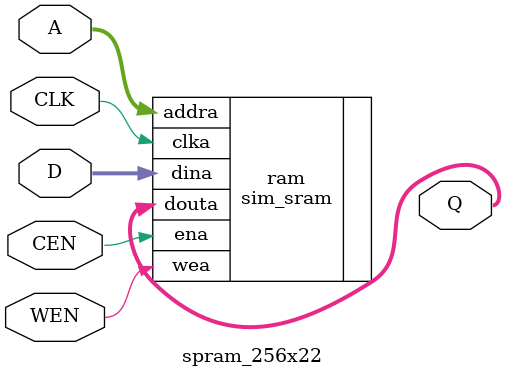
<source format=sv>
`include "common.svh"
module spram_256x22(
    output wire [21:0] Q,
    input  wire        CLK,
    input  wire        CEN, 
    input  wire [ 7:0] A,
    input  wire        WEN, 
    input  wire [21:0] D
);

// S018RF1P_X128Y2D22_PM ram(
//        .Q     (Q),
//        .CLK   (CLK),
//        .CEN   (CEN),
//        .WEN   (WEN),
//        .A     (A),
//        .D     (D)
// );
sim_sram #(
    .WIDTH(22),
    .DEPTH(256)
) ram(
    .addra(A),
    .clka(CLK),
    .dina(D),
    .douta(Q),
    .ena(CEN),
    .wea(WEN)
);

endmodule
</source>
